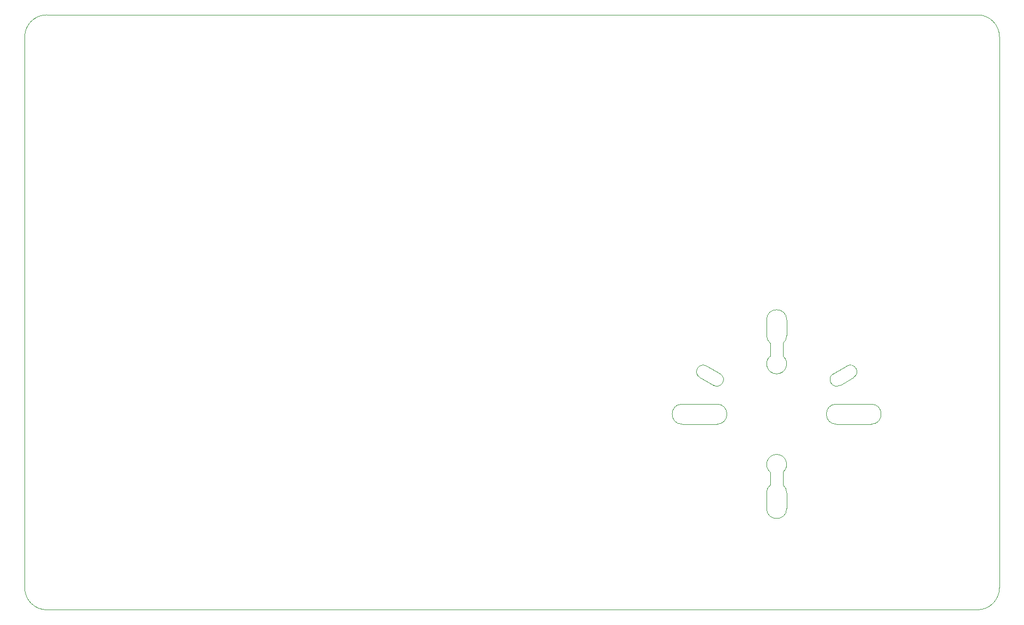
<source format=gbr>
%TF.GenerationSoftware,KiCad,Pcbnew,(6.0.1)*%
%TF.CreationDate,2022-12-10T14:50:15+08:00*%
%TF.ProjectId,Scroller1 two,5363726f-6c6c-4657-9231-2074776f2e6b,rev?*%
%TF.SameCoordinates,Original*%
%TF.FileFunction,Profile,NP*%
%FSLAX46Y46*%
G04 Gerber Fmt 4.6, Leading zero omitted, Abs format (unit mm)*
G04 Created by KiCad (PCBNEW (6.0.1)) date 2022-12-10 14:50:15*
%MOMM*%
%LPD*%
G01*
G04 APERTURE LIST*
%TA.AperFunction,Profile*%
%ADD10C,0.100000*%
%TD*%
%TA.AperFunction,Profile*%
%ADD11C,0.120000*%
%TD*%
G04 APERTURE END LIST*
D10*
X64321600Y-57096000D02*
X64321600Y-144711000D01*
X215646000Y-53596000D02*
X67821600Y-53596000D01*
X67821600Y-53596000D02*
G75*
G03*
X64321600Y-57096000I-1J-3499999D01*
G01*
X64321600Y-144711000D02*
G75*
G03*
X67821600Y-148211000I3499999J-1D01*
G01*
X67821600Y-148211000D02*
X215646000Y-148211000D01*
X215646000Y-148211000D02*
G75*
G03*
X219146000Y-144711000I1J3499999D01*
G01*
X219146000Y-57096000D02*
G75*
G03*
X215646000Y-53596000I-3499999J1D01*
G01*
X219146000Y-144711000D02*
X219146000Y-57096000D01*
D11*
%TO.C,Mnt1*%
X198755035Y-118692460D02*
X193255035Y-118692460D01*
D10*
X194921378Y-109433133D02*
X192756315Y-110683133D01*
D11*
X184805035Y-128392460D02*
X184805035Y-126292460D01*
X193255035Y-115492460D02*
X198755035Y-115492460D01*
X185355035Y-132092460D02*
X185355035Y-129592460D01*
D10*
X172614972Y-109433133D02*
X174780035Y-110683133D01*
D11*
X185355035Y-104592460D02*
X185355035Y-102092460D01*
X174255035Y-118692460D02*
X168755035Y-118692460D01*
D10*
X171564972Y-111251787D02*
X173730035Y-112501787D01*
D11*
X182705035Y-105792460D02*
X182705035Y-107892460D01*
X184805035Y-105792460D02*
X184805035Y-107892460D01*
D10*
X195971378Y-111251787D02*
X193806315Y-112501787D01*
D11*
X182705035Y-128392460D02*
X182705035Y-126292460D01*
X182155035Y-129592460D02*
X182155035Y-132092460D01*
X168755035Y-115492460D02*
X174255035Y-115492460D01*
X182155035Y-102092460D02*
X182155035Y-104592460D01*
X193255035Y-115492460D02*
G75*
G03*
X193255035Y-118692460I0J-1600000D01*
G01*
D10*
X192756315Y-110683133D02*
G75*
G03*
X193806315Y-112501787I525000J-909327D01*
G01*
D11*
X185349556Y-129592460D02*
G75*
G03*
X184805034Y-128392461I-1594521J-1D01*
G01*
X184808642Y-105796583D02*
G75*
G03*
X185355035Y-104592460I-1053604J1204122D01*
G01*
X182701428Y-128388337D02*
G75*
G03*
X182155035Y-129592460I1053604J-1204122D01*
G01*
X184805034Y-126292459D02*
G75*
G03*
X182705036Y-126292459I-1049999J1199999D01*
G01*
D10*
X172614972Y-109433133D02*
G75*
G03*
X171564972Y-111251787I-525000J-909327D01*
G01*
X195971378Y-111251787D02*
G75*
G03*
X194921378Y-109433133I-525000J909327D01*
G01*
D11*
X168755035Y-115492460D02*
G75*
G03*
X168755035Y-118692460I0J-1600000D01*
G01*
D10*
X173730035Y-112501787D02*
G75*
G03*
X174780035Y-110683133I525000J909327D01*
G01*
D11*
X182705036Y-107892461D02*
G75*
G03*
X184805034Y-107892461I1049999J-1199999D01*
G01*
X174255035Y-118692460D02*
G75*
G03*
X174255035Y-115492460I0J1600000D01*
G01*
X182160514Y-104592460D02*
G75*
G03*
X182705036Y-105792459I1594521J1D01*
G01*
X182155035Y-132092460D02*
G75*
G03*
X185355035Y-132092460I1600000J0D01*
G01*
X185355035Y-102092460D02*
G75*
G03*
X182155035Y-102092460I-1600000J0D01*
G01*
X198755035Y-118692460D02*
G75*
G03*
X198755035Y-115492460I0J1600000D01*
G01*
%TD*%
M02*

</source>
